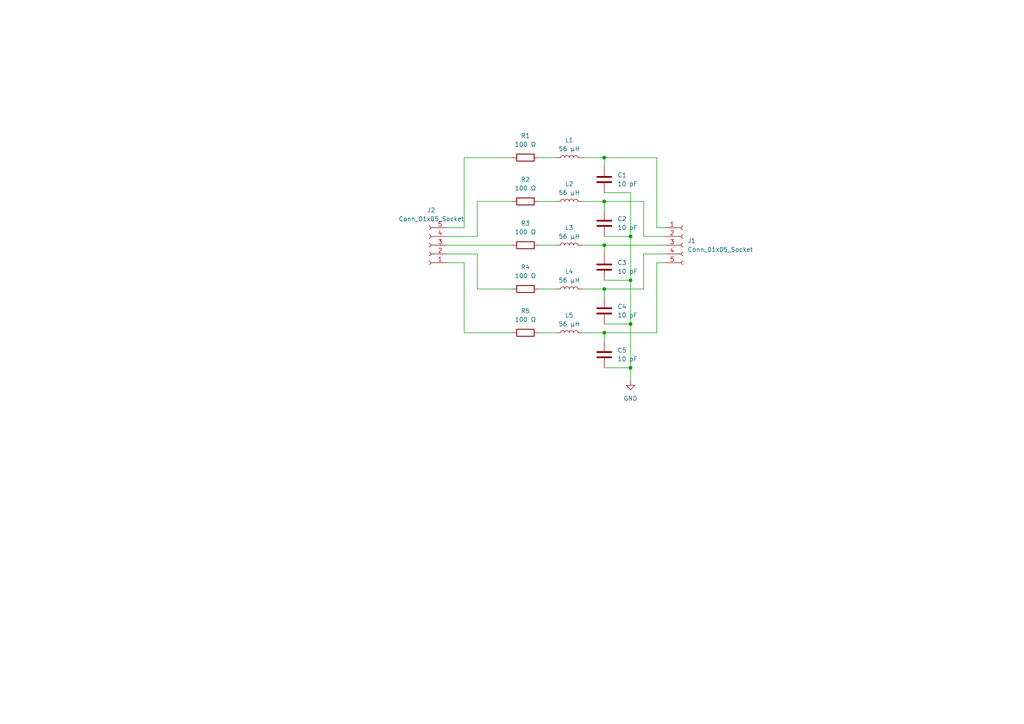
<source format=kicad_sch>
(kicad_sch (version 20250114) (generator "eeschema") (generator_version "9.0")
  (paper "A4")
  (lib_symbols
    (symbol "Connector:Conn_01x05_Socket" (pin_names (offset 1.016) (hide yes))
      (property "Reference" "J" (at 0 7.62 0))
      (property "Value" "Conn_01x05_Socket" (at 0 -7.62 0))
      (symbol "Conn_01x05_Socket_1_1"
        (polyline (pts (xy -1.27 5.08) (xy -0.508 5.08)) (stroke (width 0.1524)))
        (polyline (pts (xy -1.27 2.54) (xy -0.508 2.54)) (stroke (width 0.1524)))
        (polyline (pts (xy -1.27 0) (xy -0.508 0)) (stroke (width 0.1524)))
        (polyline (pts (xy -1.27 -2.54) (xy -0.508 -2.54)) (stroke (width 0.1524)))
        (polyline (pts (xy -1.27 -5.08) (xy -0.508 -5.08)) (stroke (width 0.1524)))
        (arc (start 0 4.572) (mid -0.5058 5.08) (end 0 5.588) (stroke (width 0.1524)))
        (arc (start 0 2.032) (mid -0.5058 2.54) (end 0 3.048) (stroke (width 0.1524)))
        (arc (start 0 -0.508) (mid -0.5058 0) (end 0 0.508) (stroke (width 0.1524)))
        (arc (start 0 -3.048) (mid -0.5058 -2.54) (end 0 -2.032) (stroke (width 0.1524)))
        (arc (start 0 -5.588) (mid -0.5058 -5.08) (end 0 -4.572) (stroke (width 0.1524)))
        (pin passive line (at -5.08 5.08 0) (length 3.81) (name "Pin_1") (number "1"))
        (pin passive line (at -5.08 2.54 0) (length 3.81) (name "Pin_2") (number "2"))
        (pin passive line (at -5.08 0 0) (length 3.81) (name "Pin_3") (number "3"))
        (pin passive line (at -5.08 -2.54 0) (length 3.81) (name "Pin_4") (number "4"))
        (pin passive line (at -5.08 -5.08 0) (length 3.81) (name "Pin_5") (number "5"))
      )
    )
    (symbol "Device:C" (pin_numbers (hide yes)) (pin_names (offset 0.254))
      (property "Reference" "C" (at 0.635 2.54 0))
      (property "Value" "C" (at 0.635 -2.54 0))
      (symbol "C_0_1"
        (polyline (pts (xy -2.032 0.762) (xy 2.032 0.762)) (stroke (width 0.508)))
        (polyline (pts (xy -2.032 -0.762) (xy 2.032 -0.762)) (stroke (width 0.508)))
      )
      (symbol "C_1_1"
        (pin passive line (at 0 3.81 270) (length 2.794) (name "~") (number "1"))
        (pin passive line (at 0 -3.81 90) (length 2.794) (name "~") (number "2"))
      )
    )
    (symbol "Device:L" (pin_numbers (hide yes)) (pin_names (offset 1.016) (hide yes))
      (property "Reference" "L" (at -1.27 0 90))
      (property "Value" "L" (at 1.905 0 90))
      (symbol "L_0_1"
        (arc (start 0 2.54) (mid 0.6323 1.905) (end 0 1.27))
        (arc (start 0 1.27) (mid 0.6323 0.635) (end 0 0))
        (arc (start 0 0) (mid 0.6323 -0.635) (end 0 -1.27))
        (arc (start 0 -1.27) (mid 0.6323 -1.905) (end 0 -2.54))
      )
      (symbol "L_1_1"
        (pin passive line (at 0 3.81 270) (length 1.27) (name "1") (number "1"))
        (pin passive line (at 0 -3.81 90) (length 1.27) (name "2") (number "2"))
      )
    )
    (symbol "Device:R" (pin_numbers (hide yes)) (pin_names (offset 0))
      (property "Reference" "R" (at 2.032 0 90))
      (property "Value" "R" (at 0 0 90))
      (symbol "R_0_1"
        (rectangle (start -1.016 -2.54) (end 1.016 2.54) (stroke (width 0.254)))
      )
      (symbol "R_1_1"
        (pin passive line (at 0 3.81 270) (length 1.27) (name "~") (number "1"))
        (pin passive line (at 0 -3.81 90) (length 1.27) (name "~") (number "2"))
      )
    )
    (symbol "power:GND" (power) (pin_numbers (hide yes)) (pin_names (offset 0) (hide yes))
      (property "Value" "GND" (at 0 -3.81 0))
      (symbol "GND_0_1"
        (polyline (pts (xy 0 0) (xy 0 -1.27) (xy 1.27 -1.27) (xy 0 -2.54) (xy -1.27 -1.27) (xy 0 -1.27)))
      )
      (symbol "GND_1_1"
        (pin power_in line (at 0 0 270) (length 0) (name "~") (number "1"))
      )
    )
  )
  (junction (at 175.26 71.12))
  (junction (at 182.88 81.28))
  (junction (at 182.88 106.68))
  (junction (at 182.88 93.98))
  (junction (at 175.26 58.42))
  (junction (at 175.26 45.72))
  (junction (at 175.26 96.52))
  (junction (at 182.88 68.58))
  (junction (at 175.26 83.82))
  (wire (pts (xy 175.26 96.52) (xy 190.5 96.52)))
  (wire (pts (xy 148.59 96.52) (xy 134.62 96.52)))
  (wire (pts (xy 175.26 106.68) (xy 182.88 106.68)))
  (wire (pts (xy 182.88 68.58) (xy 182.88 81.28)))
  (wire (pts (xy 156.21 71.12) (xy 161.29 71.12)))
  (wire (pts (xy 182.88 93.98) (xy 182.88 106.68)))
  (wire (pts (xy 182.88 55.88) (xy 182.88 68.58)))
  (wire (pts (xy 182.88 81.28) (xy 182.88 93.98)))
  (wire (pts (xy 156.21 58.42) (xy 161.29 58.42)))
  (wire (pts (xy 138.43 68.58) (xy 129.54 68.58)))
  (wire (pts (xy 175.26 93.98) (xy 182.88 93.98)))
  (wire (pts (xy 182.88 106.68) (xy 182.88 110.49)))
  (wire (pts (xy 168.91 45.72) (xy 175.26 45.72)))
  (wire (pts (xy 175.26 96.52) (xy 175.26 99.06)))
  (wire (pts (xy 156.21 45.72) (xy 161.29 45.72)))
  (wire (pts (xy 168.91 96.52) (xy 175.26 96.52)))
  (wire (pts (xy 186.69 73.66) (xy 193.04 73.66)))
  (wire (pts (xy 148.59 45.72) (xy 134.62 45.72)))
  (wire (pts (xy 168.91 71.12) (xy 175.26 71.12)))
  (wire (pts (xy 148.59 58.42) (xy 138.43 58.42)))
  (wire (pts (xy 134.62 66.04) (xy 129.54 66.04)))
  (wire (pts (xy 138.43 58.42) (xy 138.43 68.58)))
  (wire (pts (xy 190.5 66.04) (xy 193.04 66.04)))
  (wire (pts (xy 190.5 45.72) (xy 190.5 66.04)))
  (wire (pts (xy 175.26 58.42) (xy 186.69 58.42)))
  (wire (pts (xy 138.43 73.66) (xy 129.54 73.66)))
  (wire (pts (xy 175.26 71.12) (xy 175.26 73.66)))
  (wire (pts (xy 190.5 96.52) (xy 190.5 76.2)))
  (wire (pts (xy 186.69 68.58) (xy 193.04 68.58)))
  (wire (pts (xy 175.26 58.42) (xy 175.26 60.96)))
  (wire (pts (xy 138.43 83.82) (xy 138.43 73.66)))
  (wire (pts (xy 156.21 96.52) (xy 161.29 96.52)))
  (wire (pts (xy 186.69 83.82) (xy 186.69 73.66)))
  (wire (pts (xy 168.91 58.42) (xy 175.26 58.42)))
  (wire (pts (xy 134.62 96.52) (xy 134.62 76.2)))
  (wire (pts (xy 175.26 71.12) (xy 193.04 71.12)))
  (wire (pts (xy 156.21 83.82) (xy 161.29 83.82)))
  (wire (pts (xy 134.62 76.2) (xy 129.54 76.2)))
  (wire (pts (xy 175.26 83.82) (xy 175.26 86.36)))
  (wire (pts (xy 175.26 81.28) (xy 182.88 81.28)))
  (wire (pts (xy 134.62 45.72) (xy 134.62 66.04)))
  (wire (pts (xy 129.54 71.12) (xy 148.59 71.12)))
  (wire (pts (xy 175.26 45.72) (xy 190.5 45.72)))
  (wire (pts (xy 148.59 83.82) (xy 138.43 83.82)))
  (wire (pts (xy 175.26 68.58) (xy 182.88 68.58)))
  (wire (pts (xy 175.26 55.88) (xy 182.88 55.88)))
  (wire (pts (xy 190.5 76.2) (xy 193.04 76.2)))
  (wire (pts (xy 175.26 45.72) (xy 175.26 48.26)))
  (wire (pts (xy 186.69 58.42) (xy 186.69 68.58)))
  (wire (pts (xy 168.91 83.82) (xy 175.26 83.82)))
  (wire (pts (xy 175.26 83.82) (xy 186.69 83.82)))
  (symbol (lib_id "Device:R") (at 152.4 45.72 90) (unit 1)
    (property "Reference" "R1" (at 152.4 39.37 90))
    (property "Value" "100 Ω" (at 152.4 41.91 90))
    (property "Footprint" "Resistor_THT:R_Axial_DIN0204_L3.6mm_D1.6mm_P5.08mm_Horizontal" (effects (hide yes)))
    (property "Description" "Resistor" (effects (hide yes)))
  )
  (symbol (lib_id "Device:C") (at 175.26 64.77 0) (unit 1)
    (property "Reference" "C2" (at 179.07 63.4999 0) (effects (justify left)))
    (property "Value" "10 pF" (at 179.07 66.0399 0) (effects (justify left)))
    (property "Footprint" "Capacitor_THT:CP_Axial_L10.0mm_D4.5mm_P15.00mm_Horizontal" (effects (hide yes)))
    (property "Description" "Unpolarized capacitor" (effects (hide yes)))
  )
  (symbol (lib_id "Device:R") (at 152.4 71.12 90) (unit 1)
    (property "Reference" "R3" (at 152.4 64.77 90))
    (property "Value" "100 Ω" (at 152.4 67.31 90))
    (property "Footprint" "Resistor_THT:R_Axial_DIN0204_L3.6mm_D1.6mm_P5.08mm_Horizontal" (effects (hide yes)))
    (property "Description" "Resistor" (effects (hide yes)))
  )
  (symbol (lib_id "Connector:Conn_01x05_Socket") (at 198.12 71.12 0) (unit 1)
    (property "Reference" "J1" (at 199.39 69.8499 0) (effects (justify left)))
    (property "Value" "Conn_01x05_Socket" (at 199.39 72.3899 0) (effects (justify left)))
    (property "Footprint" "Connector_Pin:Pin_D1.3mm_L10.0mm_W3.5mm_Flat" (effects (hide yes)))
    (property "Description" "Generic connector, single row, 01x05, script generated" (effects (hide yes)))
  )
  (symbol (lib_id "Device:C") (at 175.26 52.07 0) (unit 1)
    (property "Reference" "C1" (at 179.07 50.7999 0) (effects (justify left)))
    (property "Value" "10 pF" (at 179.07 53.3399 0) (effects (justify left)))
    (property "Footprint" "Capacitor_THT:CP_Axial_L10.0mm_D4.5mm_P15.00mm_Horizontal" (effects (hide yes)))
    (property "Description" "Unpolarized capacitor" (effects (hide yes)))
  )
  (symbol (lib_id "Device:R") (at 152.4 83.82 90) (unit 1)
    (property "Reference" "R4" (at 152.4 77.47 90))
    (property "Value" "100 Ω" (at 152.4 80.01 90))
    (property "Footprint" "Resistor_THT:R_Axial_DIN0204_L3.6mm_D1.6mm_P5.08mm_Horizontal" (effects (hide yes)))
    (property "Description" "Resistor" (effects (hide yes)))
  )
  (symbol (lib_id "power:GND") (at 182.88 110.49 0) (unit 1)
    (property "Reference" "#PWR01" (effects (hide yes)))
    (property "Value" "GND" (at 182.88 115.57 0))
    (property "Description" "Power symbol creates a global label with name \"GND\" , ground" (effects (hide yes)))
  )
  (symbol (lib_id "Device:C") (at 175.26 102.87 0) (unit 1)
    (property "Reference" "C5" (at 179.07 101.5999 0) (effects (justify left)))
    (property "Value" "10 pF" (at 179.07 104.1399 0) (effects (justify left)))
    (property "Footprint" "Capacitor_THT:CP_Axial_L10.0mm_D4.5mm_P15.00mm_Horizontal" (effects (hide yes)))
    (property "Description" "Unpolarized capacitor" (effects (hide yes)))
  )
  (symbol (lib_id "Device:L") (at 165.1 45.72 90) (unit 1)
    (property "Reference" "L1" (at 165.1 40.64 90))
    (property "Value" "56 μH" (at 165.1 43.18 90))
    (property "Footprint" "Inductor_THT:L_Axial_L5.0mm_D3.6mm_P10.00mm_Horizontal_Murata_BL01RN1A2A2" (effects (hide yes)))
    (property "Description" "Inductor" (effects (hide yes)))
  )
  (symbol (lib_id "Device:L") (at 165.1 96.52 90) (unit 1)
    (property "Reference" "L5" (at 165.1 91.44 90))
    (property "Value" "56 μH" (at 165.1 93.98 90))
    (property "Footprint" "Inductor_THT:L_Axial_L5.0mm_D3.6mm_P10.00mm_Horizontal_Murata_BL01RN1A2A2" (effects (hide yes)))
    (property "Description" "Inductor" (effects (hide yes)))
  )
  (symbol (lib_id "Connector:Conn_01x05_Socket") (at 124.46 71.12 180) (unit 1)
    (property "Reference" "J2" (at 125.095 60.96 0))
    (property "Value" "Conn_01x05_Socket" (at 125.095 63.5 0))
    (property "Footprint" "Connector_Pin:Pin_D1.3mm_L10.0mm_W3.5mm_Flat" (effects (hide yes)))
    (property "Description" "Generic connector, single row, 01x05, script generated" (effects (hide yes)))
  )
  (symbol (lib_id "Device:C") (at 175.26 77.47 0) (unit 1)
    (property "Reference" "C3" (at 179.07 76.1999 0) (effects (justify left)))
    (property "Value" "10 pF" (at 179.07 78.7399 0) (effects (justify left)))
    (property "Footprint" "Capacitor_THT:CP_Axial_L10.0mm_D4.5mm_P15.00mm_Horizontal" (effects (hide yes)))
    (property "Description" "Unpolarized capacitor" (effects (hide yes)))
  )
  (symbol (lib_id "Device:L") (at 165.1 71.12 90) (unit 1)
    (property "Reference" "L3" (at 165.1 66.04 90))
    (property "Value" "56 μH" (at 165.1 68.58 90))
    (property "Footprint" "Inductor_THT:L_Axial_L5.0mm_D3.6mm_P10.00mm_Horizontal_Murata_BL01RN1A2A2" (effects (hide yes)))
    (property "Description" "Inductor" (effects (hide yes)))
  )
  (symbol (lib_id "Device:R") (at 152.4 96.52 90) (unit 1)
    (property "Reference" "R5" (at 152.4 90.17 90))
    (property "Value" "100 Ω" (at 152.4 92.71 90))
    (property "Footprint" "Resistor_THT:R_Axial_DIN0204_L3.6mm_D1.6mm_P5.08mm_Horizontal" (effects (hide yes)))
    (property "Description" "Resistor" (effects (hide yes)))
  )
  (symbol (lib_id "Device:L") (at 165.1 83.82 90) (unit 1)
    (property "Reference" "L4" (at 165.1 78.74 90))
    (property "Value" "56 μH" (at 165.1 81.28 90))
    (property "Footprint" "Inductor_THT:L_Axial_L5.0mm_D3.6mm_P10.00mm_Horizontal_Murata_BL01RN1A2A2" (effects (hide yes)))
    (property "Description" "Inductor" (effects (hide yes)))
  )
  (symbol (lib_id "Device:L") (at 165.1 58.42 90) (unit 1)
    (property "Reference" "L2" (at 165.1 53.34 90))
    (property "Value" "56 μH" (at 165.1 55.88 90))
    (property "Footprint" "Inductor_THT:L_Axial_L5.0mm_D3.6mm_P10.00mm_Horizontal_Murata_BL01RN1A2A2" (effects (hide yes)))
    (property "Description" "Inductor" (effects (hide yes)))
  )
  (symbol (lib_id "Device:R") (at 152.4 58.42 90) (unit 1)
    (property "Reference" "R2" (at 152.4 52.07 90))
    (property "Value" "100 Ω" (at 152.4 54.61 90))
    (property "Footprint" "Resistor_THT:R_Axial_DIN0204_L3.6mm_D1.6mm_P5.08mm_Horizontal" (effects (hide yes)))
    (property "Description" "Resistor" (effects (hide yes)))
  )
  (symbol (lib_id "Device:C") (at 175.26 90.17 0) (unit 1)
    (property "Reference" "C4" (at 179.07 88.8999 0) (effects (justify left)))
    (property "Value" "10 pF" (at 179.07 91.4399 0) (effects (justify left)))
    (property "Footprint" "Capacitor_THT:CP_Axial_L10.0mm_D4.5mm_P15.00mm_Horizontal" (effects (hide yes)))
    (property "Description" "Unpolarized capacitor" (effects (hide yes)))
  )
)
</source>
